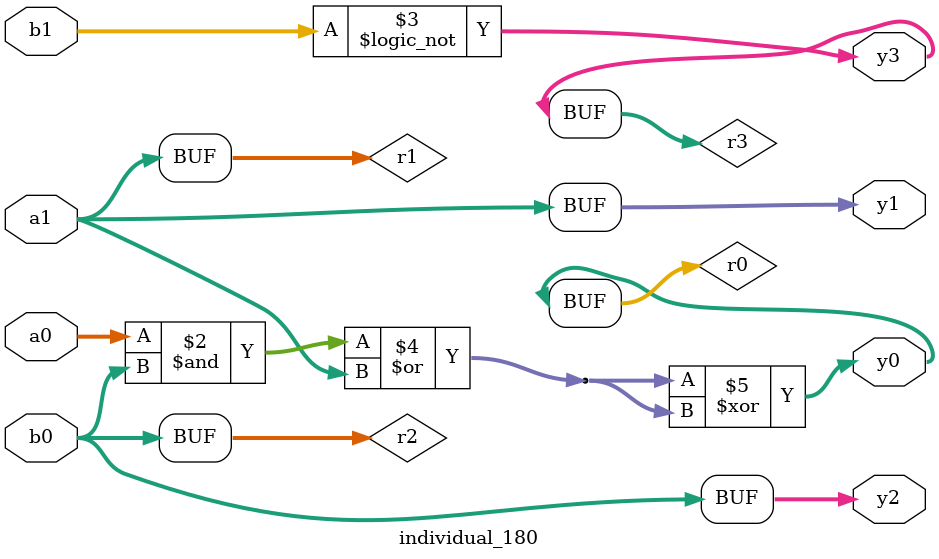
<source format=sv>
module individual_180(input logic [15:0] a1, input logic [15:0] a0, input logic [15:0] b1, input logic [15:0] b0, output logic [15:0] y3, output logic [15:0] y2, output logic [15:0] y1, output logic [15:0] y0);
logic [15:0] r0, r1, r2, r3; 
 always@(*) begin 
	 r0 = a0; r1 = a1; r2 = b0; r3 = b1; 
 	 r0  &=  b0 ;
 	 r3 = ! r3 ;
 	 r0  |=  a1 ;
 	 r0  ^=  r0 ;
 	 y3 = r3; y2 = r2; y1 = r1; y0 = r0; 
end
endmodule
</source>
